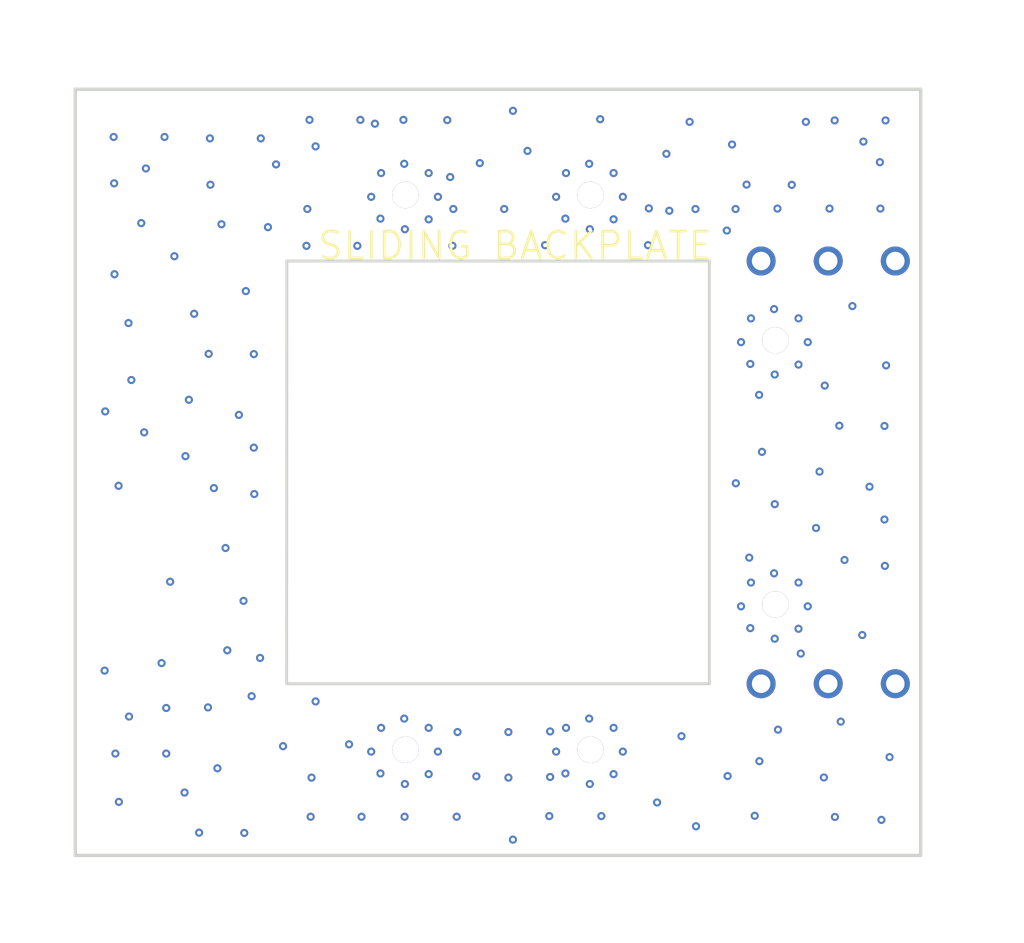
<source format=kicad_pcb>
(kicad_pcb (version 20211014) (generator pcbnew)

  (general
    (thickness 1.6)
  )

  (paper "A4")
  (layers
    (0 "F.Cu" signal)
    (31 "B.Cu" signal)
    (32 "B.Adhes" user "B.Adhesive")
    (33 "F.Adhes" user "F.Adhesive")
    (34 "B.Paste" user)
    (35 "F.Paste" user)
    (36 "B.SilkS" user "B.Silkscreen")
    (37 "F.SilkS" user "F.Silkscreen")
    (38 "B.Mask" user)
    (39 "F.Mask" user)
    (40 "Dwgs.User" user "User.Drawings")
    (41 "Cmts.User" user "User.Comments")
    (42 "Eco1.User" user "User.Eco1")
    (43 "Eco2.User" user "User.Eco2")
    (44 "Edge.Cuts" user)
    (45 "Margin" user)
    (46 "B.CrtYd" user "B.Courtyard")
    (47 "F.CrtYd" user "F.Courtyard")
    (48 "B.Fab" user)
    (49 "F.Fab" user)
  )

  (setup
    (pad_to_mask_clearance 0)
    (pcbplotparams
      (layerselection 0x00010fc_ffffffff)
      (disableapertmacros false)
      (usegerberextensions false)
      (usegerberattributes true)
      (usegerberadvancedattributes true)
      (creategerberjobfile true)
      (svguseinch false)
      (svgprecision 6)
      (excludeedgelayer true)
      (plotframeref false)
      (viasonmask false)
      (mode 1)
      (useauxorigin false)
      (hpglpennumber 1)
      (hpglpenspeed 20)
      (hpglpendiameter 15.000000)
      (dxfpolygonmode true)
      (dxfimperialunits true)
      (dxfusepcbnewfont true)
      (psnegative false)
      (psa4output false)
      (plotreference true)
      (plotvalue true)
      (plotinvisibletext false)
      (sketchpadsonfab false)
      (subtractmaskfromsilk false)
      (outputformat 1)
      (mirror false)
      (drillshape 1)
      (scaleselection 1)
      (outputdirectory "")
    )
  )

  (net 0 "")
  (net 1 "GND")

  (gr_line (start 69.08 129.374) (end 5.08 129.374) (layer "Edge.Cuts") (width 0.254) (tstamp 1bbc7f75-df7a-42f1-b679-ee80a694e7e9))
  (gr_line (start 5.08 71.374) (end 69.08 71.374) (layer "Edge.Cuts") (width 0.254) (tstamp 551a6ce9-b60c-4b74-8a32-86e65fb23212))
  (gr_line (start 53.08 84.374) (end 53.08 116.374) (layer "Edge.Cuts") (width 0.22) (tstamp 94433bbf-138c-4a3a-810f-9b019b55074c))
  (gr_line (start 21.08 84.374) (end 53.08 84.374) (layer "Edge.Cuts") (width 0.22) (tstamp a6bc3351-0a7c-403a-842c-9e6f071e6e4d))
  (gr_line (start 53.08 116.374) (end 21.08 116.374) (layer "Edge.Cuts") (width 0.22) (tstamp c7ea5edf-e7dc-45bf-8856-94ebca516da5))
  (gr_line (start 69.08 71.374) (end 69.08 129.374) (layer "Edge.Cuts") (width 0.254) (tstamp cf347401-65cc-4e1c-b951-d751e2b57a90))
  (gr_line (start 5.08 129.374) (end 5.08 71.374) (layer "Edge.Cuts") (width 0.254) (tstamp d522843c-94bf-4fb9-8b9f-483a837cea6a))
  (gr_line (start 21.08 116.374) (end 21.096 84.354) (layer "Edge.Cuts") (width 0.22) (tstamp fa4fe16f-0674-4a82-b602-8fb28f510828))
  (gr_text "SLIDING BACKPLATE" (at 23.296 83.21) (layer "F.SilkS") (tstamp 87a65753-6daa-4e1e-81bb-d1711e12c8bf)
    (effects (font (size 2.032 2.032) (thickness 0.203)) (justify left))
  )

  (via (at 57 116.374) (size 2.2) (drill 1.4) (layers "F.Cu" "B.Cu") (net 0) (tstamp 29c85e20-4cfc-45b6-9ce4-0ddd0c701f77))
  (via (at 57 84.374) (size 2.2) (drill 1.4) (layers "F.Cu" "B.Cu") (net 0) (tstamp 4f9b2dd0-208f-4453-a71a-8fe68ed06658))
  (via (at 62.08 116.374) (size 2.2) (drill 1.4) (layers "F.Cu" "B.Cu") (net 0) (tstamp 8c6d7945-6f30-4a96-961c-79861c30c508))
  (via (at 67.16 84.374) (size 2.2) (drill 1.4) (layers "F.Cu" "B.Cu") (net 0) (tstamp 94885a7f-b443-47d5-b033-e21622c705b0))
  (via (at 67.16 116.374) (size 2.2) (drill 1.4) (layers "F.Cu" "B.Cu") (net 0) (tstamp b486d4d7-b330-4604-9a08-9cedd806d904))
  (via (at 62.08 84.374) (size 2.2) (drill 1.4) (layers "F.Cu" "B.Cu") (net 0) (tstamp ecc506be-fc98-4e9d-a02c-8bcf51ae9b5e))
  (via (at 49.828 76.258) (size 0.61) (drill 0.305) (layers "F.Cu" "B.Cu") (net 1) (tstamp 00cecb3b-4b37-493a-b49f-7b0a5938bfda))
  (via (at 60.532 90.515) (size 0.61) (drill 0.305) (layers "F.Cu" "B.Cu") (net 1) (tstamp 01e44974-8e86-4df3-956a-2ff4fcc2eae8))
  (via (at 29.981 119.015) (size 0.61) (drill 0.305) (layers "F.Cu" "B.Cu") (net 1) (tstamp 0260c00f-377b-462d-8f7a-b625a830f570))
  (via (at 57.981 108.015) (size 0.61) (drill 0.305) (layers "F.Cu" "B.Cu") (net 1) (tstamp 04610438-9569-4109-8028-f006e96f2fa9))
  (via (at 54.404 82.066) (size 0.61) (drill 0.305) (layers "F.Cu" "B.Cu") (net 1) (tstamp 06b2d8a4-6820-435b-a580-1bb8e83de317))
  (via (at 13.681 94.879) (size 0.61) (drill 0.305) (layers "F.Cu" "B.Cu") (net 1) (tstamp 093e9af9-3f6f-4d32-94a1-582e1767b5e5))
  (via (at 9.325 93.383) (size 0.61) (drill 0.305) (layers "F.Cu" "B.Cu") (net 1) (tstamp 093f6d63-dc6f-4d8f-9b76-a2458a34e66c))
  (via (at 55.9 78.59) (size 0.61) (drill 0.305) (layers "F.Cu" "B.Cu") (net 1) (tstamp 0aac7d61-2e1a-4eba-85e9-3002886f3d9e))
  (via (at 15.273 75.088) (size 0.61) (drill 0.305) (layers "F.Cu" "B.Cu") (net 1) (tstamp 0bdcca95-1014-42cb-9e79-aebbd1e66c94))
  (via (at 58.031 112.966) (size 0.61) (drill 0.305) (layers "F.Cu" "B.Cu") (net 1) (tstamp 0c5a7657-f709-4c09-b4b8-9357d511789c))
  (via (at 63.028 119.246) (size 0.61) (drill 0.305) (layers "F.Cu" "B.Cu") (net 1) (tstamp 0c7bd6cf-4116-4941-a82c-a9f86ec98c8f))
  (via (at 33.952 126.444) (size 0.61) (drill 0.305) (layers "F.Cu" "B.Cu") (net 1) (tstamp 0cb91ea3-951c-4d24-b2d3-8d5a0c9fc674))
  (via (at 41.027 123.434) (size 0.61) (drill 0.305) (layers "F.Cu" "B.Cu") (net 1) (tstamp 0e739ca7-44a1-46a1-ac6b-ddb31cc26a55))
  (via (at 22.811 73.688) (size 0.61) (drill 0.305) (layers "F.Cu" "B.Cu") (net 1) (tstamp 0ee8795e-3ea9-4187-80ac-96532eb4dfc2))
  (via (at 44.08 121.374) (size 2) (drill 2) (layers "F.Cu" "B.Cu") (net 1) (tstamp 0f0cf531-a3a5-4c0e-ad37-47958c30efae))
  (via (at 23.273 117.715) (size 0.61) (drill 0.305) (layers "F.Cu" "B.Cu") (net 1) (tstamp 0f0e0e32-d855-4e90-a749-6c45f1533321))
  (via (at 18.63 102.014) (size 0.61) (drill 0.305) (layers "F.Cu" "B.Cu") (net 1) (tstamp 0f29d16c-17a7-4a4d-b550-2ffae8127e10))
  (via (at 52.072 127.166) (size 0.61) (drill 0.305) (layers "F.Cu" "B.Cu") (net 1) (tstamp 0fc35650-de01-45e2-ac27-30e91f7a87be))
  (via (at 13.417 99.147) (size 0.61) (drill 0.305) (layers "F.Cu" "B.Cu") (net 1) (tstamp 0fd58835-69a8-466a-8298-06e3e00b097d))
  (via (at 14.077 88.367) (size 0.61) (drill 0.305) (layers "F.Cu" "B.Cu") (net 1) (tstamp 10b63121-1248-4d75-a2ba-3374f3216a15))
  (via (at 46.532 121.515) (size 0.61) (drill 0.305) (layers "F.Cu" "B.Cu") (net 1) (tstamp 1759e930-86c1-42be-96f4-1ef96f3b8673))
  (via (at 28.231 77.715) (size 0.61) (drill 0.305) (layers "F.Cu" "B.Cu") (net 1) (tstamp 17e53d12-2f23-4566-8876-7914db5d93b3))
  (via (at 35.44 123.382) (size 0.61) (drill 0.305) (layers "F.Cu" "B.Cu") (net 1) (tstamp 1863e870-f497-479e-986d-fe721c983f09))
  (via (at 66.724 121.93) (size 0.61) (drill 0.305) (layers "F.Cu" "B.Cu") (net 1) (tstamp 18d97ca9-8ddb-4ea8-9443-bdf45215d8a1))
  (via (at 44.08 79.374) (size 2) (drill 2) (layers "F.Cu" "B.Cu") (net 1) (tstamp 18f448fc-2b92-4af0-8297-c41d3fd214a5))
  (via (at 11.835 74.982) (size 0.61) (drill 0.305) (layers "F.Cu" "B.Cu") (net 1) (tstamp 1d59d74e-6ca7-48f1-8460-8cfaf2b6f89e))
  (via (at 59.32 78.609) (size 0.61) (drill 0.305) (layers "F.Cu" "B.Cu") (net 1) (tstamp 1ed17dcc-171f-4661-9ed1-70ae1d4da16b))
  (via (at 27.481 79.515) (size 0.61) (drill 0.305) (layers "F.Cu" "B.Cu") (net 1) (tstamp 239f013c-224a-46d7-9111-03de402f6872))
  (via (at 28.181 123.166) (size 0.61) (drill 0.305) (layers "F.Cu" "B.Cu") (net 1) (tstamp 24e73e08-7c5a-4e03-9ae3-dee10a3e22ea))
  (via (at 18.594 98.503) (size 0.61) (drill 0.305) (layers "F.Cu" "B.Cu") (net 1) (tstamp 282678ed-1740-4f9a-bb6d-34eb5afe2ce3))
  (via (at 61.818 93.806) (size 0.61) (drill 0.305) (layers "F.Cu" "B.Cu") (net 1) (tstamp 2893b032-c6cb-4f33-b782-5661d5528ca5))
  (via (at 18.433 117.319) (size 0.61) (drill 0.305) (layers "F.Cu" "B.Cu") (net 1) (tstamp 28d87832-e3bb-428e-adfb-c77135b7901e))
  (via (at 17.465 96.023) (size 0.61) (drill 0.305) (layers "F.Cu" "B.Cu") (net 1) (tstamp 2b7f5148-41c3-4b59-b956-852e9a42f90e))
  (via (at 7.301 115.383) (size 0.61) (drill 0.305) (layers "F.Cu" "B.Cu") (net 1) (tstamp 2ef023fb-40c6-42ae-8ddc-57456faff095))
  (via (at 30.08 79.374) (size 2) (drill 2) (layers "F.Cu" "B.Cu") (net 1) (tstamp 31bafdb5-5ca7-42e8-bba9-296802ddb058))
  (via (at 12.261 108.652) (size 0.61) (drill 0.305) (layers "F.Cu" "B.Cu") (net 1) (tstamp 32672a37-1b05-4209-a22a-463859906ad6))
  (via (at 8.02 78.492) (size 0.61) (drill 0.305) (layers "F.Cu" "B.Cu") (net 1) (tstamp 33711892-e6e0-4ca1-be99-e18b54ce034d))
  (via (at 58.278 119.854) (size 0.61) (drill 0.305) (layers "F.Cu" "B.Cu") (net 1) (tstamp 35d29c77-c87c-4436-85bb-47bd07738962))
  (via (at 63.314 107.006) (size 0.61) (drill 0.305) (layers "F.Cu" "B.Cu") (net 1) (tstamp 35dfbd71-651d-402a-918f-63889a1293ca))
  (via (at 22.964 123.484) (size 0.61) (drill 0.305) (layers "F.Cu" "B.Cu") (net 1) (tstamp 360ea586-153c-4a6d-a29d-d5f6ff0aae67))
  (via (at 66.46 92.274) (size 0.61) (drill 0.305) (layers "F.Cu" "B.Cu") (net 1) (tstamp 36e55b85-cda6-420e-8e82-976c9cff23a5))
  (via (at 56.516 126.374) (size 0.61) (drill 0.305) (layers "F.Cu" "B.Cu") (net 1) (tstamp 37d2955c-90bc-453c-84b8-f407fb65c0f4))
  (via (at 29.921 73.689) (size 0.61) (drill 0.305) (layers "F.Cu" "B.Cu") (net 1) (tstamp 3bb5bcbf-e48c-42c3-9ab0-31b504f9335d))
  (via (at 31.832 123.216) (size 0.61) (drill 0.305) (layers "F.Cu" "B.Cu") (net 1) (tstamp 3d13fbd8-4a7a-4c05-9c5d-7debdb78ddff))
  (via (at 30.08 121.374) (size 2) (drill 2) (layers "F.Cu" "B.Cu") (net 1) (tstamp 3d1d814c-56ee-4b53-873e-ac47780f8df7))
  (via (at 26.661 73.689) (size 0.61) (drill 0.305) (layers "F.Cu" "B.Cu") (net 1) (tstamp 3db298d8-381e-4d4d-a9c7-aa6c0314c4cd))
  (via (at 28.181 81.166) (size 0.61) (drill 0.305) (layers "F.Cu" "B.Cu") (net 1) (tstamp 41ba2266-c3f1-4cf0-8674-29e22d0c41c0))
  (via (at 20.281 77.059) (size 0.61) (drill 0.305) (layers "F.Cu" "B.Cu") (net 1) (tstamp 41edcb51-b47a-452b-9ea1-d01d87d771ff))
  (via (at 44.031 81.966) (size 0.61) (drill 0.305) (layers "F.Cu" "B.Cu") (net 1) (tstamp 43bf01e8-f332-4ed9-9960-00205fba6929))
  (via (at 11.965 121.662) (size 0.61) (drill 0.305) (layers "F.Cu" "B.Cu") (net 1) (tstamp 4448bff0-8c53-4fea-bd87-3106f480d545))
  (via (at 37.867 120.033) (size 0.61) (drill 0.305) (layers "F.Cu" "B.Cu") (net 1) (tstamp 44adf451-37cb-485e-8517-7755e77a7235))
  (via (at 66.42 73.73) (size 0.61) (drill 0.305) (layers "F.Cu" "B.Cu") (net 1) (tstamp 4515a9e1-c4b4-48e6-bee6-6c76c63a422d))
  (via (at 44.031 123.966) (size 0.61) (drill 0.305) (layers "F.Cu" "B.Cu") (net 1) (tstamp 454b1f8b-d9fa-4f1d-9645-cf151ed3a562))
  (via (at 42.181 81.166) (size 0.61) (drill 0.305) (layers "F.Cu" "B.Cu") (net 1) (tstamp 46ad729b-4e37-4936-a666-e8edd02d2778))
  (via (at 15.837 122.774) (size 0.61) (drill 0.305) (layers "F.Cu" "B.Cu") (net 1) (tstamp 47af08ad-9010-46f3-b5dc-6ea4c7b58800))
  (via (at 60.532 110.515) (size 0.61) (drill 0.305) (layers "F.Cu" "B.Cu") (net 1) (tstamp 48147a48-c223-4fef-a6f8-3e0564426934))
  (via (at 60.388 73.838) (size 0.61) (drill 0.305) (layers "F.Cu" "B.Cu") (net 1) (tstamp 4a535c70-a78c-4338-befb-da0175c2f946))
  (via (at 57.066 98.822) (size 0.61) (drill 0.305) (layers "F.Cu" "B.Cu") (net 1) (tstamp 4a57e080-a03f-45d5-882e-f0ae826098d4))
  (via (at 10.293 97.343) (size 0.61) (drill 0.305) (layers "F.Cu" "B.Cu") (net 1) (tstamp 4b9cd8d9-9d8b-4194-a55b-b2ad3700941d))
  (via (at 19.071 114.422) (size 0.61) (drill 0.305) (layers "F.Cu" "B.Cu") (net 1) (tstamp 4bb16673-6c62-49d8-9a4d-362b3c44aa71))
  (via (at 62.569 73.729) (size 0.61) (drill 0.305) (layers "F.Cu" "B.Cu") (net 1) (tstamp 4c438988-0ddf-401f-a7cc-bfe55afd5d24))
  (via (at 26.749 126.445) (size 0.61) (drill 0.305) (layers "F.Cu" "B.Cu") (net 1) (tstamp 4d3eda51-5f37-4319-a00c-82ddc36c26d1))
  (via (at 30.031 123.966) (size 0.61) (drill 0.305) (layers "F.Cu" "B.Cu") (net 1) (tstamp 4db81789-9da6-42ae-beb7-56c1e31a5167))
  (via (at 9.149 118.859) (size 0.61) (drill 0.305) (layers "F.Cu" "B.Cu") (net 1) (tstamp 4df1a09c-3d06-4bd3-83fe-32c1d56b851f))
  (via (at 15.125 118.164) (size 0.61) (drill 0.305) (layers "F.Cu" "B.Cu") (net 1) (tstamp 4dfa8b06-4967-459f-8930-1b4bffb07b23))
  (via (at 17.872 127.67) (size 0.61) (drill 0.305) (layers "F.Cu" "B.Cu") (net 1) (tstamp 4e515abd-bb4f-4254-b760-fbf358dec2f2))
  (via (at 66.337 96.862) (size 0.61) (drill 0.305) (layers "F.Cu" "B.Cu") (net 1) (tstamp 4ec95b48-fdf6-4f3d-a22e-28791f4b3540))
  (via (at 64.656 112.69) (size 0.61) (drill 0.305) (layers "F.Cu" "B.Cu") (net 1) (tstamp 4ee8695b-a8b7-4388-90e7-a88218e1c154))
  (via (at 66.028 80.405) (size 0.61) (drill 0.305) (layers "F.Cu" "B.Cu") (net 1) (tstamp 4fffc295-0190-4400-aef3-edec40dfce5d))
  (via (at 61.752 123.47) (size 0.61) (drill 0.305) (layers "F.Cu" "B.Cu") (net 1) (tstamp 5100938f-4456-4fd3-a08b-0a49f4edc5b8))
  (via (at 31.832 77.715) (size 0.61) (drill 0.305) (layers "F.Cu" "B.Cu") (net 1) (tstamp 53053573-cdec-484c-83f6-ff4a3896a5bc))
  (via (at 40.962 126.394) (size 0.61) (drill 0.305) (layers "F.Cu" "B.Cu") (net 1) (tstamp 584475c1-50b3-4a1a-9599-8cf336f90d5b))
  (via (at 37.549 80.435) (size 0.61) (drill 0.305) (layers "F.Cu" "B.Cu") (net 1) (tstamp 58e3f452-15ab-4a45-8d9a-7115e3a44e06))
  (via (at 22.579 83.224) (size 0.61) (drill 0.305) (layers "F.Cu" "B.Cu") (net 1) (tstamp 59512791-c28f-4a63-992d-819791b85d28))
  (via (at 14.452 127.65) (size 0.61) (drill 0.305) (layers "F.Cu" "B.Cu") (net 1) (tstamp 597dfd9b-a5a5-4219-8322-c25ed41b9c8d))
  (via (at 27.761 73.979) (size 0.61) (drill 0.305) (layers "F.Cu" "B.Cu") (net 1) (tstamp 5b67574d-5435-4e3d-ae14-80009862ca38))
  (via (at 35.704 76.962) (size 0.61) (drill 0.305) (layers "F.Cu" "B.Cu") (net 1) (tstamp 5efb09d3-15b5-49a1-b7a4-9947dc708875))
  (via (at 55.086 101.198) (size 0.61) (drill 0.305) (layers "F.Cu" "B.Cu") (net 1) (tstamp 6058499c-dcac-4bd5-8a28-6558b3f04a0f))
  (via (at 59.831 92.216) (size 0.61) (drill 0.305) (layers "F.Cu" "B.Cu") (net 1) (tstamp 6093a463-7a62-4966-9cb1-cd0b7ab69cb5))
  (via (at 45.832 81.216) (size 0.61) (drill 0.305) (layers "F.Cu" "B.Cu") (net 1) (tstamp 615e7375-8241-4c92-baa9-c36564a4117c))
  (via (at 59.831 108.715) (size 0.61) (drill 0.305) (layers "F.Cu" "B.Cu") (net 1) (tstamp 67a86280-2a4b-4902-867e-439ba56cb2b7))
  (via (at 52.028 80.438) (size 0.61) (drill 0.305) (layers "F.Cu" "B.Cu") (net 1) (tstamp 68ddcd37-5738-45ef-a690-4cc279c8206a))
  (via (at 54.8 75.554) (size 0.61) (drill 0.305) (layers "F.Cu" "B.Cu") (net 1) (tstamp 6919f598-cded-422e-8fea-b8faaf7d14a8))
  (via (at 57.981 88.015) (size 0.61) (drill 0.305) (layers "F.Cu" "B.Cu") (net 1) (tstamp 6932ce1b-62a7-4150-be84-4769fafbecd3))
  (via (at 60.002 114.092) (size 0.61) (drill 0.305) (layers "F.Cu" "B.Cu") (net 1) (tstamp 6d49ee7f-faac-4c3d-a8a1-46712b08d197))
  (via (at 42.231 77.715) (size 0.61) (drill 0.305) (layers "F.Cu" "B.Cu") (net 1) (tstamp 6d536c93-dddf-47c6-9ead-0a02b0d5560f))
  (via (at 58.08 110.374) (size 2) (drill 2) (layers "F.Cu" "B.Cu") (net 1) (tstamp 6e065200-0171-4adc-8db9-40c0215d5bd2))
  (via (at 55.068 80.438) (size 0.61) (drill 0.305) (layers "F.Cu" "B.Cu") (net 1) (tstamp 6e3e0ba7-0b0b-425f-b3fd-d521a54e95f1))
  (via (at 8.357 101.391) (size 0.61) (drill 0.305) (layers "F.Cu" "B.Cu") (net 1) (tstamp 71f1aa42-6bc1-4ba8-a050-ffabe6223ddf))
  (via (at 48.436 83.174) (size 0.61) (drill 0.305) (layers "F.Cu" "B.Cu") (net 1) (tstamp 72c3d945-6c26-4c9f-9655-13313c1a3736))
  (via (at 25.804 120.962) (size 0.61) (drill 0.305) (layers "F.Cu" "B.Cu") (net 1) (tstamp 772e323b-9428-4820-b78e-300ec75512c4))
  (via (at 19.665 81.811) (size 0.61) (drill 0.305) (layers "F.Cu" "B.Cu") (net 1) (tstamp 77ac154d-4d1e-49d3-84bd-f3796b7a9848))
  (via (at 56.18 112.166) (size 0.61) (drill 0.305) (layers "F.Cu" "B.Cu") (net 1) (tstamp 7868fe71-f6a1-498a-bf9f-0c2d9317dfef))
  (via (at 56.868 122.238) (size 0.61) (drill 0.305) (layers "F.Cu" "B.Cu") (net 1) (tstamp 79ba6b39-a5a7-4f18-8bf7-81c8cc820562))
  (via (at 62.918 96.842) (size 0.61) (drill 0.305) (layers "F.Cu" "B.Cu") (net 1) (tstamp 7beed6e5-5b23-4136-be61-b160940b0146))
  (via (at 8.049 85.375) (size 0.61) (drill 0.305) (layers "F.Cu" "B.Cu") (net 1) (tstamp 7cbbcab7-cc2d-4866-8ce6-26d32746602f))
  (via (at 45.832 77.715) (size 0.61) (drill 0.305) (layers "F.Cu" "B.Cu") (net 1) (tstamp 7dd8c504-9570-46ce-a49d-272d8423b96c))
  (via (at 65.992 76.895) (size 0.61) (drill 0.305) (layers "F.Cu" "B.Cu") (net 1) (tstamp 7e0374e2-f75b-45e2-8286-898b5a921c82))
  (via (at 19.123 75.089) (size 0.61) (drill 0.305) (layers "F.Cu" "B.Cu") (net 1) (tstamp 7f28d350-7189-4f1c-abeb-313eb592902c))
  (via (at 15.177 91.403) (size 0.61) (drill 0.305) (layers "F.Cu" "B.Cu") (net 1) (tstamp 80b746aa-8e77-42d1-8d81-5be344bdaa43))
  (via (at 62.588 126.462) (size 0.61) (drill 0.305) (layers "F.Cu" "B.Cu") (net 1) (tstamp 80c4aa9b-442a-4758-bfb4-bb28220fa093))
  (via (at 10.073 81.503) (size 0.61) (drill 0.305) (layers "F.Cu" "B.Cu") (net 1) (tstamp 81dec53e-f03d-4429-834a-912128798235))
  (via (at 34.016 120.033) (size 0.61) (drill 0.305) (layers "F.Cu" "B.Cu") (net 1) (tstamp 82e07c44-1201-4928-b40a-1ae6d6f7399a))
  (via (at 32.532 79.515) (size 0.61) (drill 0.305) (layers "F.Cu" "B.Cu") (net 1) (tstamp 83c8731f-6e0f-4d7e-9163-9fd498179fb9))
  (via (at 45.832 123.216) (size 0.61) (drill 0.305) (layers "F.Cu" "B.Cu") (net 1) (tstamp 842b23d1-f60e-4f84-8a7f-d04a20256b22))
  (via (at 27.481 121.515) (size 0.61) (drill 0.305) (layers "F.Cu" "B.Cu") (net 1) (tstamp 865f92bb-7bc1-47dd-8250-f70594ee886f))
  (via (at 10.425 77.367) (size 0.61) (drill 0.305) (layers "F.Cu" "B.Cu") (net 1) (tstamp 87113deb-30c8-4f26-abb8-e67bb48e2091))
  (via (at 15.309 78.599) (size 0.61) (drill 0.305) (layers "F.Cu" "B.Cu") (net 1) (tstamp 89ee6337-fc0f-4944-8d79-269dc5804b7d))
  (via (at 56.231 108.715) (size 0.61) (drill 0.305) (layers "F.Cu" "B.Cu") (net 1) (tstamp 8c1d6c0e-4103-46c9-9f8a-debdafb84b3f))
  (via (at 46.532 79.515) (size 0.61) (drill 0.305) (layers "F.Cu" "B.Cu") (net 1) (tstamp 8c7be67c-8a08-4f45-9c2b-7df121a50007))
  (via (at 43.981 77.015) (size 0.61) (drill 0.305) (layers "F.Cu" "B.Cu") (net 1) (tstamp 8f5f397f-1e91-446d-b51e-69a5a029be55))
  (via (at 39.312 76.038) (size 0.61) (drill 0.305) (layers "F.Cu" "B.Cu") (net 1) (tstamp 912915b8-66c7-4dcb-bb14-135693c465b0))
  (via (at 59.831 88.715) (size 0.61) (drill 0.305) (layers "F.Cu" "B.Cu") (net 1) (tstamp 93612f90-88d9-4d55-8e8e-d6751543d0f4))
  (via (at 64.744 75.334) (size 0.61) (drill 0.305) (layers "F.Cu" "B.Cu") (net 1) (tstamp 93bbaee0-5420-4a56-b623-73548ec08778))
  (via (at 30.01 126.445) (size 0.61) (drill 0.305) (layers "F.Cu" "B.Cu") (net 1) (tstamp 93d74d66-26c7-4c91-93b4-fe10ff480095))
  (via (at 66.335 103.943) (size 0.61) (drill 0.305) (layers "F.Cu" "B.Cu") (net 1) (tstamp 94d37d8a-f0c2-4cc8-826b-c9af3c306136))
  (via (at 61.422 100.318) (size 0.61) (drill 0.305) (layers "F.Cu" "B.Cu") (net 1) (tstamp 9536104e-ad04-47f1-85e7-4bb3e010fb4d))
  (via (at 16.585 113.843) (size 0.61) (drill 0.305) (layers "F.Cu" "B.Cu") (net 1) (tstamp 9612b424-fd56-4475-9251-49920c34258b))
  (via (at 33.698 80.435) (size 0.61) (drill 0.305) (layers "F.Cu" "B.Cu") (net 1) (tstamp 9b59c940-bb4e-4d5f-af5f-fb3670946ab4))
  (via (at 58.034 102.782) (size 0.61) (drill 0.305) (layers "F.Cu" "B.Cu") (net 1) (tstamp 9eef1684-5e29-4339-9dcc-f6e452806659))
  (via (at 49.124 125.362) (size 0.61) (drill 0.305) (layers "F.Cu" "B.Cu") (net 1) (tstamp a35efb43-9fac-4098-b0ab-a1997159b5f6))
  (via (at 42.231 119.715) (size 0.61) (drill 0.305) (layers "F.Cu" "B.Cu") (net 1) (tstamp a83b572b-2e4e-46f3-8049-5c23742ba0aa))
  (via (at 12.581 84.011) (size 0.61) (drill 0.305) (layers "F.Cu" "B.Cu") (net 1) (tstamp ab32b826-01da-4634-ad3f-44f391ecb87b))
  (via (at 62.178 80.405) (size 0.61) (drill 0.305) (layers "F.Cu" "B.Cu") (net 1) (tstamp ab47816a-0e5b-42f5-bc91-b9ec42cca63c))
  (via (at 33.632 83.224) (size 0.61) (drill 0.305) (layers "F.Cu" "B.Cu") (net 1) (tstamp abcc97b5-41ff-415f-b1a8-c4bd49d4e363))
  (via (at 29.981 77.015) (size 0.61) (drill 0.305) (layers "F.Cu" "B.Cu") (net 1) (tstamp aeb6deca-b604-476c-a49d-807b966d517c))
  (via (at 43.981 119.015) (size 0.61) (drill 0.305) (layers "F.Cu" "B.Cu") (net 1) (tstamp b028fe09-db51-40d6-a953-400673d48807))
  (via (at 40.643 83.174) (size 0.61) (drill 0.305) (layers "F.Cu" "B.Cu") (net 1) (tstamp b029060b-38c3-420e-a956-d65a843d5b3e))
  (via (at 58.031 92.966) (size 0.61) (drill 0.305) (layers "F.Cu" "B.Cu") (net 1) (tstamp b2b5762a-18de-4114-ac19-aa8e0d0503f1))
  (via (at 16.453 106.099) (size 0.61) (drill 0.305) (layers "F.Cu" "B.Cu") (net 1) (tstamp b420e260-2407-47bb-9a31-182121edfb94))
  (via (at 28.231 119.715) (size 0.61) (drill 0.305) (layers "F.Cu" "B.Cu") (net 1) (tstamp b94b39d6-078f-412a-bdb9-a2e4311c212f))
  (via (at 44.904 126.394) (size 0.61) (drill 0.305) (layers "F.Cu" "B.Cu") (net 1) (tstamp b9652cfd-4499-4b8c-a831-7c9217bdf64d))
  (via (at 41.027 119.986) (size 0.61) (drill 0.305) (layers "F.Cu" "B.Cu") (net 1) (tstamp bbaed19f-8f6a-4dc2-a143-3ea2f208d45f))
  (via (at 30.031 81.966) (size 0.61) (drill 0.305) (layers "F.Cu" "B.Cu") (net 1) (tstamp bd4c4234-e594-49c1-8f65-5557939c2e90))
  (via (at 7.345 95.759) (size 0.61) (drill 0.305) (layers "F.Cu" "B.Cu") (net 1) (tstamp bf197478-07f4-4d2d-b674-ed5ca747bd2c))
  (via (at 45.832 119.715) (size 0.61) (drill 0.305) (layers "F.Cu" "B.Cu") (net 1) (tstamp c0560c61-185c-4b5f-a4fb-7c1d0cdc4377))
  (via (at 55.48 110.515) (size 0.61) (drill 0.305) (layers "F.Cu" "B.Cu") (net 1) (tstamp c1d783ae-9ab2-4bda-9b98-bd4b4ebc14e6))
  (via (at 48.501 80.386) (size 0.61) (drill 0.305) (layers "F.Cu" "B.Cu") (net 1) (tstamp c5671c5f-506e-4dc6-9f6b-a609cdaf85a5))
  (via (at 26.43 83.224) (size 0.61) (drill 0.305) (layers "F.Cu" "B.Cu") (net 1) (tstamp c57869a2-50a9-4b46-a8b6-220cc63cf957))
  (via (at 17.817 110.103) (size 0.61) (drill 0.305) (layers "F.Cu" "B.Cu") (net 1) (tstamp c59fc279-be07-4f29-b1ed-f39030a3b1d5))
  (via (at 41.481 121.515) (size 0.61) (drill 0.305) (layers "F.Cu" "B.Cu") (net 1) (tstamp c7a41a42-a8d3-45ff-a1e5-5a67c9f55099))
  (via (at 15.573 101.566) (size 0.61) (drill 0.305) (layers "F.Cu" "B.Cu") (net 1) (tstamp c8120d2b-3d59-442d-94b8-179af5d48ba2))
  (via (at 41.481 79.515) (size 0.61) (drill 0.305) (layers "F.Cu" "B.Cu") (net 1) (tstamp c81eb68e-16db-4972-abfb-07c017d85e38))
  (via (at 13.352 124.614) (size 0.61) (drill 0.305) (layers "F.Cu" "B.Cu") (net 1) (tstamp cae2b612-7d5c-43c3-9a6b-bd289c662944))
  (via (at 8.38 125.318) (size 0.61) (drill 0.305) (layers "F.Cu" "B.Cu") (net 1) (tstamp cbe3cd03-fbe1-4174-9454-9f7422dc1f73))
  (via (at 9.105 89.071) (size 0.61) (drill 0.305) (layers "F.Cu" "B.Cu") (net 1) (tstamp cc918613-b27d-4f1e-acad-34d5c09558fb))
  (via (at 11.613 114.811) (size 0.61) (drill 0.305) (layers "F.Cu" "B.Cu") (net 1) (tstamp cef87e53-09ca-4634-9fa9-e2d8ab7de170))
  (via (at 66.108 126.682) (size 0.61) (drill 0.305) (layers "F.Cu" "B.Cu") (net 1) (tstamp d0df9361-650e-44f4-908c-4c3593e5e99f))
  (via (at 56.18 92.166) (size 0.61) (drill 0.305) (layers "F.Cu" "B.Cu") (net 1) (tstamp d12e7fcc-24b3-41de-a196-a278dd293cb0))
  (via (at 17.993 86.651) (size 0.61) (drill 0.305) (layers "F.Cu" "B.Cu") (net 1) (tstamp d43b89e2-2337-444a-bdb1-b2828cf2a973))
  (via (at 18.597 91.422) (size 0.61) (drill 0.305) (layers "F.Cu" "B.Cu") (net 1) (tstamp d46ea8fd-8e61-4343-9049-242999696280))
  (via (at 50.972 120.346) (size 0.61) (drill 0.305) (layers "F.Cu" "B.Cu") (net 1) (tstamp d4b05160-c526-425a-9e4a-2f66cc43e0f7))
  (via (at 58.236 80.405) (size 0.61) (drill 0.305) (layers "F.Cu" "B.Cu") (net 1) (tstamp d4b67dc4-bf31-43d3-861b-f8ff4748a58e))
  (via (at 55.48 90.515) (size 0.61) (drill 0.305) (layers "F.Cu" "B.Cu") (net 1) (tstamp d78ad956-9797-426a-b5c7-0374e3ceda3d))
  (via (at 38.212 128.178) (size 0.61) (drill 0.305) (layers "F.Cu" "B.Cu") (net 1) (tstamp d9adf983-0059-4db3-8eb0-c114efe6d241))
  (via (at 50.048 80.57) (size 0.61) (drill 0.305) (layers "F.Cu" "B.Cu") (net 1) (tstamp da1de314-34d5-4a42-aa77-2a551cb3a6cb))
  (via (at 8.114 121.662) (size 0.61) (drill 0.305) (layers "F.Cu" "B.Cu") (net 1) (tstamp dd5fa0ad-6c15-4c27-9bbb-374883230700))
  (via (at 23.273 75.695) (size 0.61) (drill 0.305) (layers "F.Cu" "B.Cu") (net 1) (tstamp dda09160-0055-48d6-8655-cc74a5319e20))
  (via (at 51.588 73.838) (size 0.61) (drill 0.305) (layers "F.Cu" "B.Cu") (net 1) (tstamp de606e41-8e48-45a5-877d-adbe28fb58fe))
  (via (at 33.24 73.706) (size 0.61) (drill 0.305) (layers "F.Cu" "B.Cu") (net 1) (tstamp dedce88a-0996-41e0-ae9e-2bc44175be6d))
  (via (at 56.846 94.51) (size 0.61) (drill 0.305) (layers "F.Cu" "B.Cu") (net 1) (tstamp dfa3e146-6c46-48d4-af03-c01d91834d4b))
  (via (at 44.816 73.638) (size 0.61) (drill 0.305) (layers "F.Cu" "B.Cu") (net 1) (tstamp dfb8862d-da95-47e9-abd3-b94409c008bc))
  (via (at 63.908 87.786) (size 0.61) (drill 0.305) (layers "F.Cu" "B.Cu") (net 1) (tstamp e2d31c20-24bb-4afc-9850-491ec8ad6bd3))
  (via (at 54.463 123.364) (size 0.61) (drill 0.305) (layers "F.Cu" "B.Cu") (net 1) (tstamp e3f7b140-d8ad-4bf4-a867-eaa2025af8a7))
  (via (at 22.899 126.444) (size 0.61) (drill 0.305) (layers "F.Cu" "B.Cu") (net 1) (tstamp e7e4cc1c-0574-4b95-98ec-6fcd952d46f2))
  (via (at 42.181 123.166) (size 0.61) (drill 0.305) (layers "F.Cu" "B.Cu") (net 1) (tstamp e846d28b-2300-4575-b87a-97b4d5eb47eb))
  (via (at 7.984 74.982) (size 0.61) (drill 0.305) (layers "F.Cu" "B.Cu") (net 1) (tstamp ead78e7b-7ea9-47df-b460-31b01f57ad31))
  (via (at 31.832 81.216) (size 0.61) (drill 0.305) (layers "F.Cu" "B.Cu") (net 1) (tstamp eb623f62-08a4-4bfd-82c6-91faef8bd326))
  (via (at 65.206 101.462) (size 0.61) (drill 0.305) (layers "F.Cu" "B.Cu") (net 1) (tstamp eb99cac0-cef4-4b9e-a743-f3e593d195d7))
  (via (at 66.371 107.453) (size 0.61) (drill 0.305) (layers "F.Cu" "B.Cu") (net 1) (tstamp ebc1441c-3ddc-4d5a-b35e-fb9adf8ec39f))
  (via (at 16.145 81.591) (size 0.61) (drill 0.305) (layers "F.Cu" "B.Cu") (net 1) (tstamp edb4a064-abd8-477b-9fb4-ad70571e56bc))
  (via (at 20.809 121.103) (size 0.61) (drill 0.305) (layers "F.Cu" "B.Cu") (net 1) (tstamp eee62ebb-5595-4dee-a8d1-fc01fc4b3e8e))
  (via (at 56.231 88.715) (size 0.61) (drill 0.305) (layers "F.Cu" "B.Cu") (net 1) (tstamp ef75cfaa-cfac-4327-bf4c-c748472b2870))
  (via (at 37.867 123.484) (size 0.61) (drill 0.305) (layers "F.Cu" "B.Cu") (net 1) (tstamp f18d12c1-1664-4960-a4dc-b3f9764a0dbd))
  (via (at 31.832 119.715) (size 0.61) (drill 0.305) (layers "F.Cu" "B.Cu") (net 1) (tstamp f4392949-0b4d-4507-963f-d841f4d38c68))
  (via (at 38.212 73.002) (size 0.61) (drill 0.305) (layers "F.Cu" "B.Cu") (net 1) (tstamp f6f1b599-2dd0-40ea-ace1-9fe222b1df97))
  (via (at 11.965 118.211) (size 0.61) (drill 0.305) (layers "F.Cu" "B.Cu") (net 1) (tstamp f6fdba7d-3e79-497e-a3ba-01cb7b6ce99b))
  (via (at 58.08 90.374) (size 2) (drill 2) (layers "F.Cu" "B.Cu") (net 1) (tstamp f73c9bc0-0378-4a6c-94dd-234ddd5a1f83))
  (via (at 56.098 106.83) (size 0.61) (drill 0.305) (layers "F.Cu" "B.Cu") (net 1) (tstamp f85c1912-7f56-49b3-acc5-aca431d4bc79))
  (via (at 22.645 80.435) (size 0.61) (drill 0.305) (layers "F.Cu" "B.Cu") (net 1) (tstamp fb71e99b-db51-49eb-8141-923b1b4eca01))
  (via (at 33.46 78.018) (size 0.61) (drill 0.305) (layers "F.Cu" "B.Cu") (net 1) (tstamp fc22cf6f-f78a-4c9e-aea7-46b4e0bf0451))
  (via (at 32.532 121.515) (size 0.61) (drill 0.305) (layers "F.Cu" "B.Cu") (net 1) (tstamp fe66fa3a-153e-4029-b769-ecbf704f3322))
  (via (at 59.831 112.216) (size 0.61) (drill 0.305) (layers "F.Cu" "B.Cu") (net 1) (tstamp fe70edb5-dea6-4fb4-8ed9-e60f877ce7cf))
  (via (at 61.158 104.586) (size 0.61) (drill 0.305) (layers "F.Cu" "B.Cu") (net 1) (tstamp ffc4688d-4906-4114-b888-aa6369b15812))

  (zone (net 1) (net_name "GND") (layer "F.Cu") (tstamp dcdc9204-96fe-47b9-aa8b-2046c378d2e5) (hatch edge 0.508)
    (connect_pads (clearance 0.293))
    (min_thickness 0.254) (filled_areas_thickness no)
    (fill yes (thermal_gap 0.508) (thermal_bridge_width 0.508))
    (polygon
      (pts
        (xy -0.62 64.614)
        (xy 76.77 64.614)
        (xy 76.77 135.884)
        (xy 76.92 136.034)
        (xy -0.62 136.034)
      )
    )
  )
  (zone (net 1) (net_name "GND") (layer "B.Cu") (tstamp 0e2157bd-1b3a-4518-a9ec-3e183457ac4d) (hatch edge 0.508)
    (connect_pads (clearance 0.293))
    (min_thickness 0.254) (filled_areas_thickness no)
    (fill yes (thermal_gap 0.508) (thermal_bridge_width 0.508))
    (polygon
      (pts
        (xy 1.98 67.964)
        (xy 73 67.964)
        (xy 73.1 68.064)
        (xy 73.1 132.584)
        (xy 72.9 132.784)
        (xy 2.49 132.784)
        (xy 1.88 132.174)
      )
    )
  )
)

</source>
